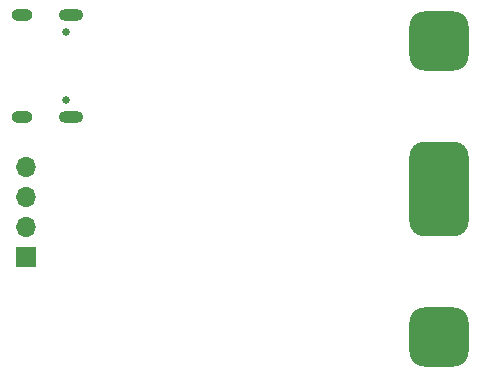
<source format=gbr>
%TF.GenerationSoftware,KiCad,Pcbnew,7.0.5*%
%TF.CreationDate,2024-02-18T20:54:15+09:00*%
%TF.ProjectId,tdc-tdt-kicad,7464632d-7464-4742-9d6b-696361642e6b,rev?*%
%TF.SameCoordinates,Original*%
%TF.FileFunction,Soldermask,Bot*%
%TF.FilePolarity,Negative*%
%FSLAX46Y46*%
G04 Gerber Fmt 4.6, Leading zero omitted, Abs format (unit mm)*
G04 Created by KiCad (PCBNEW 7.0.5) date 2024-02-18 20:54:15*
%MOMM*%
%LPD*%
G01*
G04 APERTURE LIST*
G04 Aperture macros list*
%AMRoundRect*
0 Rectangle with rounded corners*
0 $1 Rounding radius*
0 $2 $3 $4 $5 $6 $7 $8 $9 X,Y pos of 4 corners*
0 Add a 4 corners polygon primitive as box body*
4,1,4,$2,$3,$4,$5,$6,$7,$8,$9,$2,$3,0*
0 Add four circle primitives for the rounded corners*
1,1,$1+$1,$2,$3*
1,1,$1+$1,$4,$5*
1,1,$1+$1,$6,$7*
1,1,$1+$1,$8,$9*
0 Add four rect primitives between the rounded corners*
20,1,$1+$1,$2,$3,$4,$5,0*
20,1,$1+$1,$4,$5,$6,$7,0*
20,1,$1+$1,$6,$7,$8,$9,0*
20,1,$1+$1,$8,$9,$2,$3,0*%
G04 Aperture macros list end*
%ADD10R,1.700000X1.700000*%
%ADD11O,1.700000X1.700000*%
%ADD12RoundRect,1.250000X1.250000X-1.250000X1.250000X1.250000X-1.250000X1.250000X-1.250000X-1.250000X0*%
%ADD13RoundRect,1.250000X1.250000X-2.750000X1.250000X2.750000X-1.250000X2.750000X-1.250000X-2.750000X0*%
%ADD14C,0.650000*%
%ADD15O,2.100000X1.000000*%
%ADD16O,1.800000X1.000000*%
G04 APERTURE END LIST*
D10*
%TO.C,J2*%
X132000000Y-72800000D03*
D11*
X132000000Y-70260000D03*
X132000000Y-67720000D03*
X132000000Y-65180000D03*
%TD*%
D12*
%TO.C,J1*%
X167000000Y-54500000D03*
D13*
X167000000Y-67000000D03*
D12*
X167000000Y-79500000D03*
%TD*%
D14*
%TO.C,U1*%
X135360000Y-53710000D03*
X135360000Y-59490000D03*
D15*
X135860000Y-52280000D03*
D16*
X131680000Y-52280000D03*
D15*
X135860000Y-60920000D03*
D16*
X131680000Y-60920000D03*
%TD*%
M02*

</source>
